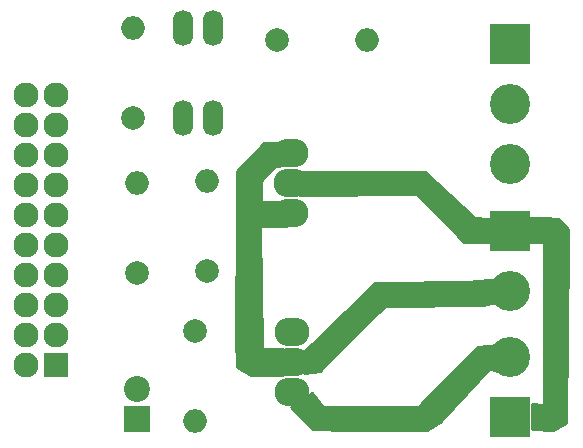
<source format=gbr>
G04 #@! TF.GenerationSoftware,KiCad,Pcbnew,(2017-11-24 revision a01d81e4b)-makepkg*
G04 #@! TF.CreationDate,2018-01-06T21:54:51+07:00*
G04 #@! TF.ProjectId,Motor DC power,4D6F746F7220444320706F7765722E6B,rev?*
G04 #@! TF.SameCoordinates,Original*
G04 #@! TF.FileFunction,Soldermask,Bot*
G04 #@! TF.FilePolarity,Negative*
%FSLAX46Y46*%
G04 Gerber Fmt 4.6, Leading zero omitted, Abs format (unit mm)*
G04 Created by KiCad (PCBNEW (2017-11-24 revision a01d81e4b)-makepkg) date 01/06/18 21:54:51*
%MOMM*%
%LPD*%
G01*
G04 APERTURE LIST*
%ADD10R,2.127200X2.127200*%
%ADD11O,2.127200X2.127200*%
%ADD12R,2.200000X2.200000*%
%ADD13C,2.200000*%
%ADD14C,2.000000*%
%ADD15O,2.000000X2.000000*%
%ADD16O,2.940000X2.432000*%
%ADD17R,3.400000X3.400000*%
%ADD18C,3.400000*%
%ADD19O,1.720800X3.041600*%
%ADD20C,0.254000*%
G04 APERTURE END LIST*
D10*
X105265000Y-117325000D03*
D11*
X102725000Y-117325000D03*
X105265000Y-114785000D03*
X102725000Y-114785000D03*
X105265000Y-112245000D03*
X102725000Y-112245000D03*
X105265000Y-109705000D03*
X102725000Y-109705000D03*
X105265000Y-107165000D03*
X102725000Y-107165000D03*
X105265000Y-104625000D03*
X102725000Y-104625000D03*
X105265000Y-102085000D03*
X102725000Y-102085000D03*
X105265000Y-99545000D03*
X102725000Y-99545000D03*
X105265000Y-97005000D03*
X102725000Y-97005000D03*
X105265000Y-94465000D03*
X102725000Y-94465000D03*
D12*
X112050000Y-121925000D03*
D13*
X112050000Y-119385000D03*
D14*
X117000000Y-114500000D03*
D15*
X117000000Y-122120000D03*
D16*
X125100000Y-101960000D03*
X125100000Y-104500000D03*
X125100000Y-99420000D03*
D17*
X143700000Y-90190000D03*
D18*
X143700000Y-95270000D03*
X143700000Y-100350000D03*
D17*
X143700000Y-106020000D03*
D18*
X143700000Y-111100000D03*
D17*
X143700000Y-121780000D03*
D18*
X143700000Y-116700000D03*
D16*
X125200000Y-117100000D03*
X125200000Y-119640000D03*
X125200000Y-114560000D03*
D14*
X111750000Y-96450000D03*
D15*
X111750000Y-88830000D03*
D14*
X123900000Y-89875000D03*
D15*
X131520000Y-89875000D03*
D14*
X112100000Y-109570000D03*
D15*
X112100000Y-101950000D03*
D14*
X118025000Y-109425000D03*
D15*
X118025000Y-101805000D03*
D19*
X116005000Y-96460000D03*
X118545000Y-96460000D03*
X118545000Y-88840000D03*
X116005000Y-88840000D03*
D20*
G36*
X124537165Y-100392366D02*
X123884248Y-100473981D01*
X123837221Y-100489602D01*
X123806680Y-100513858D01*
X122606680Y-101813858D01*
X122580819Y-101856128D01*
X122573000Y-101900000D01*
X122573000Y-103400000D01*
X122582667Y-103448601D01*
X122610197Y-103489803D01*
X122651399Y-103517333D01*
X122700000Y-103527000D01*
X124678402Y-103527000D01*
X124767358Y-105573000D01*
X122600000Y-105573000D01*
X122551399Y-105582667D01*
X122510197Y-105610197D01*
X122482667Y-105651399D01*
X122473024Y-105702490D01*
X122673024Y-115902490D01*
X122683643Y-115950892D01*
X122711975Y-115991546D01*
X122753709Y-116018263D01*
X122800000Y-116027000D01*
X124473000Y-116027000D01*
X124473000Y-118173000D01*
X121732020Y-118173000D01*
X120524003Y-117522530D01*
X120427024Y-115098051D01*
X120526994Y-104601209D01*
X120527000Y-104600000D01*
X120527000Y-100951094D01*
X122854130Y-98527000D01*
X124004203Y-98527000D01*
X124537165Y-100392366D01*
X124537165Y-100392366D01*
G37*
X124537165Y-100392366D02*
X123884248Y-100473981D01*
X123837221Y-100489602D01*
X123806680Y-100513858D01*
X122606680Y-101813858D01*
X122580819Y-101856128D01*
X122573000Y-101900000D01*
X122573000Y-103400000D01*
X122582667Y-103448601D01*
X122610197Y-103489803D01*
X122651399Y-103517333D01*
X122700000Y-103527000D01*
X124678402Y-103527000D01*
X124767358Y-105573000D01*
X122600000Y-105573000D01*
X122551399Y-105582667D01*
X122510197Y-105610197D01*
X122482667Y-105651399D01*
X122473024Y-105702490D01*
X122673024Y-115902490D01*
X122683643Y-115950892D01*
X122711975Y-115991546D01*
X122753709Y-116018263D01*
X122800000Y-116027000D01*
X124473000Y-116027000D01*
X124473000Y-118173000D01*
X121732020Y-118173000D01*
X120524003Y-117522530D01*
X120427024Y-115098051D01*
X120526994Y-104601209D01*
X120527000Y-104600000D01*
X120527000Y-100951094D01*
X122854130Y-98527000D01*
X124004203Y-98527000D01*
X124537165Y-100392366D01*
G36*
X139812257Y-104091863D02*
X140610197Y-104889803D01*
X140651399Y-104917333D01*
X140688502Y-104926478D01*
X141788502Y-105026478D01*
X141802645Y-105026972D01*
X146596037Y-104927110D01*
X147743092Y-105022698D01*
X148573000Y-105852606D01*
X148573000Y-107099165D01*
X148373956Y-122226497D01*
X147268782Y-122871182D01*
X145527000Y-122779509D01*
X145527000Y-120640334D01*
X146387363Y-120726370D01*
X146436685Y-120721586D01*
X146480421Y-120698293D01*
X146511914Y-120660035D01*
X146527000Y-120600000D01*
X146527000Y-107100000D01*
X146517333Y-107051399D01*
X146489803Y-107010197D01*
X146448601Y-106982667D01*
X146400000Y-106973000D01*
X139753525Y-106973000D01*
X135790904Y-102911313D01*
X135750046Y-102883276D01*
X135698730Y-102873006D01*
X125827000Y-102971723D01*
X125827000Y-101027000D01*
X136450794Y-101027000D01*
X139812257Y-104091863D01*
X139812257Y-104091863D01*
G37*
X139812257Y-104091863D02*
X140610197Y-104889803D01*
X140651399Y-104917333D01*
X140688502Y-104926478D01*
X141788502Y-105026478D01*
X141802645Y-105026972D01*
X146596037Y-104927110D01*
X147743092Y-105022698D01*
X148573000Y-105852606D01*
X148573000Y-107099165D01*
X148373956Y-122226497D01*
X147268782Y-122871182D01*
X145527000Y-122779509D01*
X145527000Y-120640334D01*
X146387363Y-120726370D01*
X146436685Y-120721586D01*
X146480421Y-120698293D01*
X146511914Y-120660035D01*
X146527000Y-120600000D01*
X146527000Y-107100000D01*
X146517333Y-107051399D01*
X146489803Y-107010197D01*
X146448601Y-106982667D01*
X146400000Y-106973000D01*
X139753525Y-106973000D01*
X135790904Y-102911313D01*
X135750046Y-102883276D01*
X135698730Y-102873006D01*
X125827000Y-102971723D01*
X125827000Y-101027000D01*
X136450794Y-101027000D01*
X139812257Y-104091863D01*
G36*
X142547828Y-112073000D02*
X142100000Y-112073000D01*
X142059839Y-112079517D01*
X141478655Y-112273245D01*
X133098488Y-112373009D01*
X133050006Y-112383254D01*
X133011286Y-112409122D01*
X128811286Y-116509122D01*
X128806935Y-116513583D01*
X127537985Y-117880145D01*
X126227000Y-118054943D01*
X126227000Y-116161039D01*
X126679336Y-115799170D01*
X126688155Y-115791420D01*
X132251903Y-110426377D01*
X140401549Y-110326991D01*
X140456796Y-110313592D01*
X140633479Y-110225250D01*
X142195170Y-110133386D01*
X142547828Y-112073000D01*
X142547828Y-112073000D01*
G37*
X142547828Y-112073000D02*
X142100000Y-112073000D01*
X142059839Y-112079517D01*
X141478655Y-112273245D01*
X133098488Y-112373009D01*
X133050006Y-112383254D01*
X133011286Y-112409122D01*
X128811286Y-116509122D01*
X128806935Y-116513583D01*
X127537985Y-117880145D01*
X126227000Y-118054943D01*
X126227000Y-116161039D01*
X126679336Y-115799170D01*
X126688155Y-115791420D01*
X132251903Y-110426377D01*
X140401549Y-110326991D01*
X140456796Y-110313592D01*
X140633479Y-110225250D01*
X142195170Y-110133386D01*
X142547828Y-112073000D01*
G36*
X142579558Y-117833505D02*
X142034890Y-117677886D01*
X141985503Y-117673830D01*
X141938323Y-117688982D01*
X141907156Y-117713346D01*
X137718183Y-122201531D01*
X136663018Y-122873000D01*
X130002049Y-122873000D01*
X126954291Y-122774685D01*
X125100653Y-120921047D01*
X126874644Y-119767953D01*
X127802436Y-120881303D01*
X127840976Y-120912451D01*
X127900000Y-120927000D01*
X135900000Y-120927000D01*
X135948601Y-120917333D01*
X135989803Y-120889803D01*
X136013592Y-120856796D01*
X136104374Y-120675232D01*
X140958011Y-115821595D01*
X142667231Y-115641677D01*
X142579558Y-117833505D01*
X142579558Y-117833505D01*
G37*
X142579558Y-117833505D02*
X142034890Y-117677886D01*
X141985503Y-117673830D01*
X141938323Y-117688982D01*
X141907156Y-117713346D01*
X137718183Y-122201531D01*
X136663018Y-122873000D01*
X130002049Y-122873000D01*
X126954291Y-122774685D01*
X125100653Y-120921047D01*
X126874644Y-119767953D01*
X127802436Y-120881303D01*
X127840976Y-120912451D01*
X127900000Y-120927000D01*
X135900000Y-120927000D01*
X135948601Y-120917333D01*
X135989803Y-120889803D01*
X136013592Y-120856796D01*
X136104374Y-120675232D01*
X140958011Y-115821595D01*
X142667231Y-115641677D01*
X142579558Y-117833505D01*
M02*

</source>
